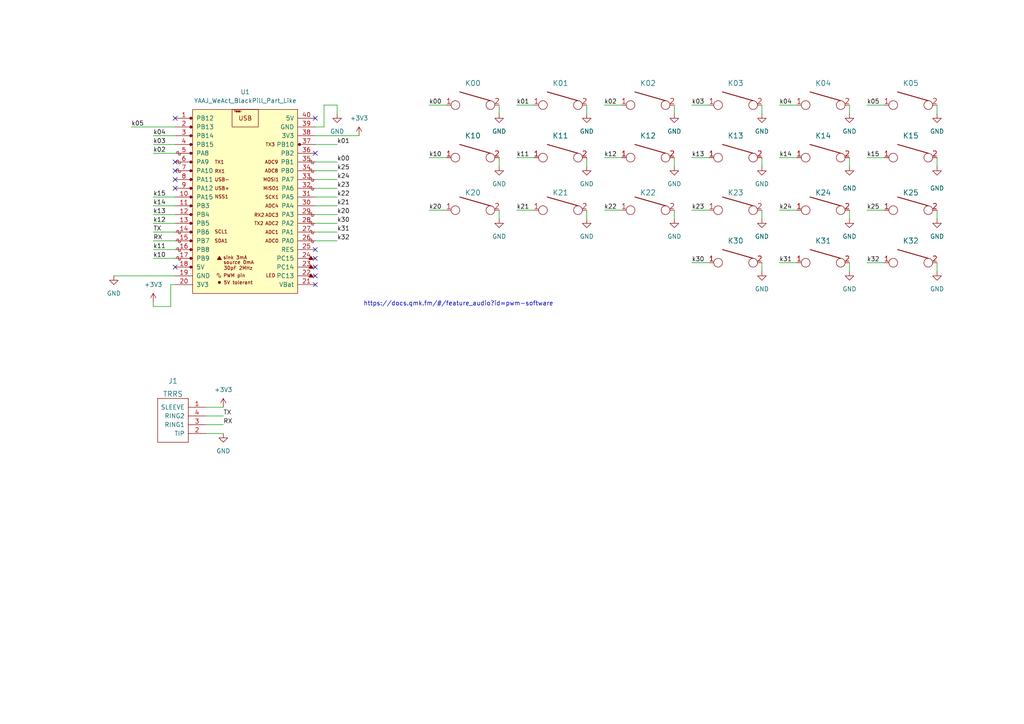
<source format=kicad_sch>
(kicad_sch (version 20230121) (generator eeschema)
  (paper "A4")
  (title_block (rev "rev1.0"))
  (lib_symbols
    (symbol "YAAJ_WeAct_BlackPill_Part_Like:YAAJ_WeAct_BlackPill_Part_Like" (pin_names (offset 1.016))
      (property "Reference" "U" (at -12.7 27.94 0))
      (property "Value" "YAAJ_WeAct_BlackPill_Part_Like" (at 0 2.54 90))
      (symbol "YAAJ_WeAct_BlackPill_Part_Like_0_0"
        (circle (center -15.748 -20.32) (radius 0.3556) (fill (type outline)))
        (circle (center -15.748 -17.78) (radius 0.3556) (fill (type outline)))
        (circle (center -15.748 -15.24) (radius 0.3556) (fill (type outline)))
        (circle (center -15.748 -12.7) (radius 0.3556) (fill (type outline)))
        (circle (center -15.748 -10.16) (radius 0.3556) (fill (type outline)))
        (circle (center -15.748 -7.62) (radius 0.3556) (fill (type outline)))
        (circle (center -15.748 -5.08) (radius 0.3556) (fill (type outline)))
        (circle (center -15.748 -2.54) (radius 0.3556) (fill (type outline)))
        (circle (center -15.748 0) (radius 0.3556) (fill (type outline)))
        (circle (center -15.748 2.54) (radius 0.3556) (fill (type outline)))
        (circle (center -15.748 5.08) (radius 0.3556) (fill (type outline)))
        (circle (center -15.748 7.62) (radius 0.3556) (fill (type outline)))
        (circle (center -15.748 10.16) (radius 0.3556) (fill (type outline)))
        (circle (center -15.748 12.7) (radius 0.3556) (fill (type outline)))
        (circle (center -15.748 15.24) (radius 0.3556) (fill (type outline)))
        (circle (center -15.748 17.78) (radius 0.3556) (fill (type outline)))
        (circle (center -15.748 22.86) (radius 0.3556) (fill (type outline)))
        (circle (center -7.493 -24.765) (radius 0.127) (fill (type outline)))
        (circle (center -7.493 -24.765) (radius 0.254))
        (circle (center -7.493 -24.765) (radius 0.3556))
        (polyline (pts (xy -8.128 -18.161) (xy -7.493 -17.145) (xy -6.858 -18.161) (xy -8.128 -18.161) (xy -7.493 -17.272) (xy -6.985 -18.161) (xy -8.001 -18.034) (xy -7.493 -17.399) (xy -7.112 -18.161) (xy -7.874 -17.907) (xy -7.366 -17.526) (xy -7.239 -18.161) (xy -7.747 -17.78) (xy -7.239 -17.653) (xy -7.366 -18.034) (xy -7.62 -17.78) (xy -7.366 -17.907) (xy -7.493 -17.653)))
        (polyline (pts (xy 18.415 -23.241) (xy 19.05 -22.225) (xy 19.685 -23.241) (xy 18.415 -23.241) (xy 19.05 -22.352) (xy 19.558 -23.241) (xy 18.542 -23.114) (xy 19.05 -22.479) (xy 19.431 -23.241) (xy 18.669 -22.987) (xy 19.177 -22.606) (xy 19.304 -23.241) (xy 18.796 -22.86) (xy 19.304 -22.733) (xy 19.177 -23.114) (xy 18.923 -22.86) (xy 19.177 -22.987) (xy 19.05 -22.733)))
        (polyline (pts (xy 18.415 -20.701) (xy 19.05 -19.685) (xy 19.685 -20.701) (xy 18.415 -20.701) (xy 19.05 -19.812) (xy 19.558 -20.701) (xy 18.542 -20.574) (xy 19.05 -19.939) (xy 19.431 -20.701) (xy 18.669 -20.447) (xy 19.177 -20.066) (xy 19.304 -20.701) (xy 18.796 -20.32) (xy 19.304 -20.193) (xy 19.177 -20.574) (xy 18.923 -20.32) (xy 19.177 -20.447) (xy 19.05 -20.193)))
        (polyline (pts (xy 18.415 -18.161) (xy 19.05 -17.145) (xy 19.685 -18.161) (xy 18.415 -18.161) (xy 19.05 -17.272) (xy 19.558 -18.161) (xy 18.542 -18.034) (xy 19.05 -17.399) (xy 19.431 -18.161) (xy 18.669 -17.907) (xy 19.177 -17.526) (xy 19.304 -18.161) (xy 18.796 -17.78) (xy 19.304 -17.653) (xy 19.177 -18.034) (xy 18.923 -17.78) (xy 19.177 -17.907) (xy 19.05 -17.653)))
        (circle (center 15.748 15.24) (radius 0.254) (fill (type outline)))
        (circle (center 15.748 15.24) (radius 0.3556))
        (text "30pF 2MHz" (at -2.032 -20.574 0) (effects (font (size 0.9906 0.9906))))
        (text "5V tolerant" (at -2.032 -24.765 0) (effects (font (size 0.9906 0.9906))))
        (text "ADC0" (at 7.747 -12.7 0) (effects (font (size 0.9906 0.9906))))
        (text "ADC1" (at 7.747 -10.16 0) (effects (font (size 0.9906 0.9906))))
        (text "ADC2" (at 7.747 -7.62 0) (effects (font (size 0.9906 0.9906))))
        (text "ADC3" (at 7.747 -5.207 0) (effects (font (size 0.9906 0.9906))))
        (text "ADC4" (at 7.747 -2.54 0) (effects (font (size 0.9906 0.9906))))
        (text "ADC8" (at 7.62 7.62 0) (effects (font (size 0.9906 0.9906))))
        (text "ADC9" (at 7.62 10.16 0) (effects (font (size 0.9906 0.9906))))
        (text "LED" (at 7.366 -22.733 0) (effects (font (size 0.9906 0.9906))))
        (text "MISO1" (at 7.493 2.54 0) (effects (font (size 0.9906 0.9906))))
        (text "MOSI1" (at 7.493 5.08 0) (effects (font (size 0.9906 0.9906))))
        (text "NSS1" (at -6.858 0.127 0) (effects (font (size 0.9906 0.9906))))
        (text "PWM pin" (at -3.175 -22.733 0) (effects (font (size 0.9906 0.9906))))
        (text "RX1" (at -7.366 7.493 0) (effects (font (size 0.9906 0.9906))))
        (text "RX2" (at 4.064 -5.207 0) (effects (font (size 0.9906 0.9906))))
        (text "SCK1" (at 7.747 0 0) (effects (font (size 0.9906 0.9906))))
        (text "SCL1" (at -6.985 -10.033 0) (effects (font (size 0.9906 0.9906))))
        (text "SDA1" (at -6.985 -12.7 0) (effects (font (size 0.9906 0.9906))))
        (text "sink 3mA" (at -2.921 -17.526 0) (effects (font (size 0.9906 0.9906))))
        (text "source 0mA" (at -1.905 -18.923 0) (effects (font (size 0.9906 0.9906))))
        (text "TX1" (at -7.493 10.16 0) (effects (font (size 0.9906 0.9906))))
        (text "TX2" (at 3.937 -7.62 0) (effects (font (size 0.9906 0.9906))))
        (text "TX3" (at 7.239 15.24 0) (effects (font (size 0.9906 0.9906))))
        (text "USB" (at 0 22.86 0) (effects (font (size 1.27 1.27))))
        (text "USB+" (at -6.731 2.54 0) (effects (font (size 0.9906 0.9906))))
        (text "USB-" (at -6.731 5.08 0) (effects (font (size 0.9906 0.9906))))
        (text "Y@@J" (at -2.159 24.892 0) (effects (font (size 0.508 0.508))))
      )
      (symbol "YAAJ_WeAct_BlackPill_Part_Like_0_1"
        (rectangle (start -15.24 25.4) (end 15.24 -27.94) (fill (type background)))
        (polyline (pts (xy -18.796 -17.78) (xy -18.796 -18.288) (xy -19.304 -18.288) (xy -19.304 -17.272) (xy -19.812 -17.272) (xy -19.812 -17.78)))
        (polyline (pts (xy -18.796 -15.24) (xy -18.796 -15.748) (xy -19.304 -15.748) (xy -19.304 -14.732) (xy -19.812 -14.732) (xy -19.812 -15.24)))
        (polyline (pts (xy -18.796 -12.7) (xy -18.796 -13.208) (xy -19.304 -13.208) (xy -19.304 -12.192) (xy -19.812 -12.192) (xy -19.812 -12.7)))
        (polyline (pts (xy -18.796 -10.16) (xy -18.796 -10.668) (xy -19.304 -10.668) (xy -19.304 -9.652) (xy -19.812 -9.652) (xy -19.812 -10.16)))
        (polyline (pts (xy -18.796 7.62) (xy -18.796 7.112) (xy -19.304 7.112) (xy -19.304 8.128) (xy -19.812 8.128) (xy -19.812 7.62)))
        (polyline (pts (xy -18.796 10.16) (xy -18.796 9.652) (xy -19.304 9.652) (xy -19.304 10.668) (xy -19.812 10.668) (xy -19.812 10.16)))
        (polyline (pts (xy -18.796 12.7) (xy -18.796 12.192) (xy -19.304 12.192) (xy -19.304 13.208) (xy -19.812 13.208) (xy -19.812 12.7)))
        (polyline (pts (xy -7.112 -22.733) (xy -7.112 -23.241) (xy -7.62 -23.241) (xy -7.62 -22.225) (xy -8.128 -22.225) (xy -8.128 -22.733)))
        (polyline (pts (xy 19.812 -12.7) (xy 19.812 -13.208) (xy 19.304 -13.208) (xy 19.304 -12.192) (xy 18.796 -12.192) (xy 18.796 -12.7)))
        (polyline (pts (xy 19.812 -10.16) (xy 19.812 -10.668) (xy 19.304 -10.668) (xy 19.304 -9.652) (xy 18.796 -9.652) (xy 18.796 -10.16)))
        (polyline (pts (xy 19.812 -7.62) (xy 19.812 -8.128) (xy 19.304 -8.128) (xy 19.304 -7.112) (xy 18.796 -7.112) (xy 18.796 -7.62)))
        (polyline (pts (xy 19.812 -5.08) (xy 19.812 -5.588) (xy 19.304 -5.588) (xy 19.304 -4.572) (xy 18.796 -4.572) (xy 18.796 -5.08)))
        (polyline (pts (xy 19.812 2.54) (xy 19.812 2.032) (xy 19.304 2.032) (xy 19.304 3.048) (xy 18.796 3.048) (xy 18.796 2.54)))
        (polyline (pts (xy 19.812 5.08) (xy 19.812 4.572) (xy 19.304 4.572) (xy 19.304 5.588) (xy 18.796 5.588) (xy 18.796 5.08)))
        (polyline (pts (xy 19.812 7.62) (xy 19.812 7.112) (xy 19.304 7.112) (xy 19.304 8.128) (xy 18.796 8.128) (xy 18.796 7.62)))
        (polyline (pts (xy 19.812 10.16) (xy 19.812 9.652) (xy 19.304 9.652) (xy 19.304 10.668) (xy 18.796 10.668) (xy 18.796 10.16)))
        (rectangle (start 3.81 25.4) (end -3.81 20.32))
      )
      (symbol "YAAJ_WeAct_BlackPill_Part_Like_1_1"
        (circle (center -15.748 20.32) (radius 0.3556) (fill (type outline)))
        (pin bidirectional line (at -20.32 22.86 0) (length 5.08) (name "PB12") (number "1"))
        (pin bidirectional line (at -20.32 0 0) (length 5.08) (name "PA15") (number "10"))
        (pin bidirectional line (at -20.32 -2.54 0) (length 5.08) (name "PB3") (number "11"))
        (pin bidirectional line (at -20.32 -5.08 0) (length 5.08) (name "PB4") (number "12"))
        (pin bidirectional line (at -20.32 -7.62 0) (length 5.08) (name "PB5") (number "13"))
        (pin bidirectional line (at -20.32 -10.16 0) (length 5.08) (name "PB6") (number "14"))
        (pin bidirectional line (at -20.32 -12.7 0) (length 5.08) (name "PB7") (number "15"))
        (pin bidirectional line (at -20.32 -15.24 0) (length 5.08) (name "PB8") (number "16"))
        (pin bidirectional line (at -20.32 -17.78 0) (length 5.08) (name "PB9") (number "17"))
        (pin power_in line (at -20.32 -20.32 0) (length 5.08) (name "5V") (number "18"))
        (pin power_in line (at -20.32 -22.86 0) (length 5.08) (name "GND") (number "19"))
        (pin bidirectional line (at -20.32 20.32 0) (length 5.08) (name "PB13") (number "2"))
        (pin power_in line (at -20.32 -25.4 0) (length 5.08) (name "3V3") (number "20"))
        (pin power_in line (at 20.32 -25.4 180) (length 5.08) (name "VBat") (number "21"))
        (pin bidirectional line (at 20.32 -22.86 180) (length 5.08) (name "PC13") (number "22"))
        (pin bidirectional line (at 20.32 -20.32 180) (length 5.08) (name "PC14") (number "23"))
        (pin bidirectional line (at 20.32 -17.78 180) (length 5.08) (name "PC15") (number "24"))
        (pin input line (at 20.32 -15.24 180) (length 5.08) (name "RES") (number "25"))
        (pin bidirectional line (at 20.32 -12.7 180) (length 5.08) (name "PA0") (number "26"))
        (pin bidirectional line (at 20.32 -10.16 180) (length 5.08) (name "PA1") (number "27"))
        (pin bidirectional line (at 20.32 -7.62 180) (length 5.08) (name "PA2") (number "28"))
        (pin bidirectional line (at 20.32 -5.08 180) (length 5.08) (name "PA3") (number "29"))
        (pin bidirectional line (at -20.32 17.78 0) (length 5.08) (name "PB14") (number "3"))
        (pin bidirectional line (at 20.32 -2.54 180) (length 5.08) (name "PA4") (number "30"))
        (pin bidirectional line (at 20.32 0 180) (length 5.08) (name "PA5") (number "31"))
        (pin bidirectional line (at 20.32 2.54 180) (length 5.08) (name "PA6") (number "32"))
        (pin bidirectional line (at 20.32 5.08 180) (length 5.08) (name "PA7") (number "33"))
        (pin bidirectional line (at 20.32 7.62 180) (length 5.08) (name "PB0") (number "34"))
        (pin bidirectional line (at 20.32 10.16 180) (length 5.08) (name "PB1") (number "35"))
        (pin bidirectional line (at 20.32 12.7 180) (length 5.08) (name "PB2") (number "36"))
        (pin bidirectional line (at 20.32 15.24 180) (length 5.08) (name "PB10") (number "37"))
        (pin power_in line (at 20.32 17.78 180) (length 5.08) (name "3V3") (number "38"))
        (pin power_in line (at 20.32 20.32 180) (length 5.08) (name "GND") (number "39"))
        (pin bidirectional line (at -20.32 15.24 0) (length 5.08) (name "PB15") (number "4"))
        (pin power_in line (at 20.32 22.86 180) (length 5.08) (name "5V") (number "40"))
        (pin bidirectional line (at -20.32 12.7 0) (length 5.08) (name "PA8") (number "5"))
        (pin bidirectional line (at -20.32 10.16 0) (length 5.08) (name "PA9") (number "6"))
        (pin bidirectional line (at -20.32 7.62 0) (length 5.08) (name "PA10") (number "7"))
        (pin bidirectional line (at -20.32 5.08 0) (length 5.08) (name "PA11") (number "8"))
        (pin bidirectional line (at -20.32 2.54 0) (length 5.08) (name "PA12") (number "9"))
      )
    )
    (symbol "keebio:TRRS" (pin_names (offset 1.016))
      (property "Reference" "U" (at 0 15.24 0))
      (property "Value" "TRRS" (at 0 -2.54 0))
      (symbol "TRRS_0_1"
        (rectangle (start -3.81 0) (end -3.81 12.7))
        (rectangle (start -3.81 12.7) (end 5.08 12.7))
        (rectangle (start 5.08 0) (end -3.81 0))
        (rectangle (start 5.08 12.7) (end 5.08 0))
      )
      (symbol "TRRS_1_1"
        (pin input line (at -8.89 2.54 0) (length 5.08) (name "SLEEVE") (number "1"))
        (pin input line (at -8.89 10.16 0) (length 5.08) (name "TIP") (number "2"))
        (pin input line (at -8.89 7.62 0) (length 5.08) (name "RING1") (number "3"))
        (pin input line (at -8.89 5.08 0) (length 5.08) (name "RING2") (number "4"))
      )
    )
    (symbol "keyboard_parts:KEYSW" (pin_names (offset 1.016))
      (property "Reference" "K?" (at -1.27 0 0))
      (symbol "KEYSW_0_1"
        (circle (center -5.08 0) (radius 1.27))
        (polyline (pts (xy -5.08 1.27) (xy 3.81 3.81)) (stroke (width 0.254)))
        (circle (center 5.08 0) (radius 1.27))
      )
      (symbol "KEYSW_1_1"
        (pin passive line (at 7.62 0 180) (length 1.27) (name "~") (number "1"))
        (pin passive line (at -7.62 0 0) (length 1.27) (name "~") (number "2"))
      )
    )
    (symbol "power:+3V3" (power) (pin_names (offset 0))
      (property "Value" "+3V3" (at 0 3.556 0))
      (symbol "+3V3_0_1"
        (polyline (pts (xy -0.762 1.27) (xy 0 2.54)))
        (polyline (pts (xy 0 0) (xy 0 2.54)))
        (polyline (pts (xy 0 2.54) (xy 0.762 1.27)))
      )
      (symbol "+3V3_1_1"
        (pin power_in line (at 0 0 90) (length 0) hide (name "+3V3") (number "1"))
      )
    )
    (symbol "power:GND" (power) (pin_names (offset 0))
      (property "Value" "GND" (at 0 -3.81 0))
      (symbol "GND_0_1"
        (polyline (pts (xy 0 0) (xy 0 -1.27) (xy 1.27 -1.27) (xy 0 -2.54) (xy -1.27 -1.27) (xy 0 -1.27)))
      )
      (symbol "GND_1_1"
        (pin power_in line (at 0 0 270) (length 0) hide (name "GND") (number "1"))
      )
    )
  )
  (no_connect (at 50.8 34.29))
  (no_connect (at 91.44 44.45))
  (no_connect (at 91.44 82.55))
  (no_connect (at 91.44 77.47))
  (no_connect (at 50.8 77.47))
  (no_connect (at 91.44 34.29))
  (no_connect (at 50.8 54.61))
  (no_connect (at 91.44 72.39))
  (no_connect (at 50.8 49.53))
  (no_connect (at 91.44 74.93))
  (no_connect (at 50.8 46.99))
  (no_connect (at 50.8 52.07))
  (no_connect (at 91.44 80.01))
  (wire (pts (xy 149.86 60.96) (xy 154.94 60.96)))
  (wire (pts (xy 44.45 72.39) (xy 50.8 72.39)))
  (wire (pts (xy 91.44 52.07) (xy 97.79 52.07)))
  (wire (pts (xy 200.66 45.72) (xy 205.74 45.72)))
  (wire (pts (xy 38.1 36.83) (xy 50.8 36.83)))
  (wire (pts (xy 251.46 30.48) (xy 256.54 30.48)))
  (wire (pts (xy 124.46 45.72) (xy 129.54 45.72)))
  (wire (pts (xy 200.66 60.96) (xy 205.74 60.96)))
  (wire (pts (xy 149.86 45.72) (xy 154.94 45.72)))
  (wire (pts (xy 49.53 88.9) (xy 49.53 82.55)))
  (wire (pts (xy 44.45 88.9) (xy 49.53 88.9)))
  (wire (pts (xy 44.45 59.69) (xy 50.8 59.69)))
  (wire (pts (xy 91.44 41.91) (xy 97.79 41.91)))
  (wire (pts (xy 175.26 60.96) (xy 180.34 60.96)))
  (wire (pts (xy 44.45 39.37) (xy 50.8 39.37)))
  (wire (pts (xy 251.46 60.96) (xy 256.54 60.96)))
  (wire (pts (xy 195.58 63.5) (xy 195.58 60.96)))
  (wire (pts (xy 144.78 63.5) (xy 144.78 60.96)))
  (wire (pts (xy 246.38 48.26) (xy 246.38 45.72)))
  (wire (pts (xy 220.98 48.26) (xy 220.98 45.72)))
  (wire (pts (xy 144.78 48.26) (xy 144.78 45.72)))
  (wire (pts (xy 91.44 62.23) (xy 97.79 62.23)))
  (wire (pts (xy 93.98 36.83) (xy 93.98 30.48)))
  (wire (pts (xy 175.26 45.72) (xy 180.34 45.72)))
  (wire (pts (xy 246.38 78.74) (xy 246.38 76.2)))
  (wire (pts (xy 59.69 125.73) (xy 64.77 125.73)))
  (wire (pts (xy 44.45 44.45) (xy 50.8 44.45)))
  (wire (pts (xy 271.78 48.26) (xy 271.78 45.72)))
  (wire (pts (xy 91.44 36.83) (xy 93.98 36.83)))
  (wire (pts (xy 200.66 76.2) (xy 205.74 76.2)))
  (wire (pts (xy 44.45 74.93) (xy 50.8 74.93)))
  (wire (pts (xy 91.44 69.85) (xy 97.79 69.85)))
  (wire (pts (xy 91.44 49.53) (xy 97.79 49.53)))
  (wire (pts (xy 226.06 45.72) (xy 231.14 45.72)))
  (wire (pts (xy 200.66 30.48) (xy 205.74 30.48)))
  (wire (pts (xy 220.98 78.74) (xy 220.98 76.2)))
  (wire (pts (xy 44.45 62.23) (xy 50.8 62.23)))
  (wire (pts (xy 97.79 30.48) (xy 97.79 33.02)))
  (wire (pts (xy 271.78 63.5) (xy 271.78 60.96)))
  (wire (pts (xy 124.46 60.96) (xy 129.54 60.96)))
  (wire (pts (xy 144.78 33.02) (xy 144.78 30.48)))
  (wire (pts (xy 195.58 48.26) (xy 195.58 45.72)))
  (wire (pts (xy 170.18 63.5) (xy 170.18 60.96)))
  (wire (pts (xy 59.69 123.19) (xy 64.77 123.19)))
  (wire (pts (xy 246.38 63.5) (xy 246.38 60.96)))
  (wire (pts (xy 91.44 54.61) (xy 97.79 54.61)))
  (wire (pts (xy 44.45 64.77) (xy 50.8 64.77)))
  (wire (pts (xy 226.06 30.48) (xy 231.14 30.48)))
  (wire (pts (xy 124.46 30.48) (xy 129.54 30.48)))
  (wire (pts (xy 93.98 30.48) (xy 97.79 30.48)))
  (wire (pts (xy 91.44 67.31) (xy 97.79 67.31)))
  (wire (pts (xy 59.69 120.65) (xy 64.77 120.65)))
  (wire (pts (xy 170.18 48.26) (xy 170.18 45.72)))
  (wire (pts (xy 91.44 39.37) (xy 104.14 39.37)))
  (wire (pts (xy 175.26 30.48) (xy 180.34 30.48)))
  (wire (pts (xy 44.45 41.91) (xy 50.8 41.91)))
  (wire (pts (xy 91.44 46.99) (xy 97.79 46.99)))
  (wire (pts (xy 91.44 57.15) (xy 97.79 57.15)))
  (wire (pts (xy 59.69 118.11) (xy 64.77 118.11)))
  (wire (pts (xy 91.44 59.69) (xy 97.79 59.69)))
  (wire (pts (xy 33.02 80.01) (xy 50.8 80.01)))
  (wire (pts (xy 195.58 33.02) (xy 195.58 30.48)))
  (wire (pts (xy 251.46 45.72) (xy 256.54 45.72)))
  (wire (pts (xy 226.06 60.96) (xy 231.14 60.96)))
  (wire (pts (xy 170.18 33.02) (xy 170.18 30.48)))
  (wire (pts (xy 226.06 76.2) (xy 231.14 76.2)))
  (wire (pts (xy 271.78 33.02) (xy 271.78 30.48)))
  (wire (pts (xy 246.38 33.02) (xy 246.38 30.48)))
  (wire (pts (xy 251.46 76.2) (xy 256.54 76.2)))
  (wire (pts (xy 49.53 82.55) (xy 50.8 82.55)))
  (wire (pts (xy 91.44 64.77) (xy 97.79 64.77)))
  (wire (pts (xy 44.45 69.85) (xy 50.8 69.85)))
  (wire (pts (xy 220.98 33.02) (xy 220.98 30.48)))
  (wire (pts (xy 149.86 30.48) (xy 154.94 30.48)))
  (wire (pts (xy 44.45 87.63) (xy 44.45 88.9)))
  (wire (pts (xy 44.45 67.31) (xy 50.8 67.31)))
  (wire (pts (xy 271.78 78.74) (xy 271.78 76.2)))
  (wire (pts (xy 44.45 57.15) (xy 50.8 57.15)))
  (wire (pts (xy 220.98 63.5) (xy 220.98 60.96)))
  (text "https://docs.qmk.fm/#/feature_audio?id=pwm-software" (at 105.41 88.9 0) (effects (font (size 1.27 1.27)) (justify left bottom)))
  (label "k20" (at 97.79 62.23 0))
  (label "TX" (at 64.77 120.65 0))
  (label "k01" (at 97.79 41.91 0))
  (label "k03" (at 44.45 41.91 0))
  (label "k30" (at 200.66 76.2 0))
  (label "k02" (at 175.26 30.48 0))
  (label "k05" (at 38.1 36.83 0))
  (label "k04" (at 226.06 30.48 0))
  (label "k30" (at 97.79 64.77 0))
  (label "k11" (at 44.45 72.39 0))
  (label "k00" (at 124.46 30.48 0))
  (label "k10" (at 44.45 74.93 0))
  (label "k03" (at 200.66 30.48 0))
  (label "RX" (at 44.45 69.85 0))
  (label "k15" (at 251.46 45.72 0))
  (label "k23" (at 200.66 60.96 0))
  (label "k32" (at 97.79 69.85 0))
  (label "k25" (at 97.79 49.53 0))
  (label "k24" (at 226.06 60.96 0))
  (label "TX" (at 44.45 67.31 0))
  (label "k05" (at 251.46 30.48 0))
  (label "k22" (at 175.26 60.96 0))
  (label "k12" (at 44.45 64.77 0))
  (label "k01" (at 149.86 30.48 0))
  (label "RX" (at 64.77 123.19 0))
  (label "k10" (at 124.46 45.72 0))
  (label "k00" (at 97.79 46.99 0))
  (label "k21" (at 97.79 59.69 0))
  (label "k31" (at 97.79 67.31 0))
  (label "k32" (at 251.46 76.2 0))
  (label "k15" (at 44.45 57.15 0))
  (label "k14" (at 226.06 45.72 0))
  (label "k12" (at 175.26 45.72 0))
  (label "k04" (at 44.45 39.37 0))
  (label "k11" (at 149.86 45.72 0))
  (label "k22" (at 97.79 57.15 0))
  (label "k02" (at 44.45 44.45 0))
  (label "k13" (at 44.45 62.23 0))
  (label "k24" (at 97.79 52.07 0))
  (label "k31" (at 226.06 76.2 0))
  (label "k13" (at 200.66 45.72 0))
  (label "k14" (at 44.45 59.69 0))
  (label "k21" (at 149.86 60.96 0))
  (label "k25" (at 251.46 60.96 0))
  (label "k23" (at 97.79 54.61 0))
  (label "k20" (at 124.46 60.96 0))
  (symbol (lib_id "keyboard_parts:KEYSW") (at 264.16 76.2 0) (mirror y) (unit 1)
    (property "Reference" "K32" (at 264.16 69.85 0) (effects (font (size 1.524 1.524))))
    (property "Value" "KEYSW" (effects hide))
    (property "Footprint" "Cantor_MX:CherryMX_ChocV2_1u_DS" (effects hide))
  )
  (symbol (lib_id "power:GND") (at 195.58 48.26 0) (unit 1)
    (property "Reference" "#PWR0104" (effects hide))
    (property "Value" "GND" (at 195.58 53.34 0))
  )
  (symbol (lib_id "keyboard_parts:KEYSW") (at 238.76 60.96 0) (mirror y) (unit 1)
    (property "Reference" "K24" (at 238.76 55.88 0) (effects (font (size 1.524 1.524))))
    (property "Value" "KEYSW" (effects hide))
    (property "Footprint" "Cantor_MX:CherryMX_ChocV2_1u_DS" (effects hide))
  )
  (symbol (lib_id "power:GND") (at 64.77 125.73 0) (unit 1)
    (property "Reference" "#PWR0126" (effects hide))
    (property "Value" "GND" (at 64.77 130.81 0))
  )
  (symbol (lib_id "keyboard_parts:KEYSW") (at 137.16 30.48 0) (mirror y) (unit 1)
    (property "Reference" "K00" (at 137.16 24.13 0) (effects (font (size 1.524 1.524))))
    (property "Value" "KEYSW" (effects hide))
    (property "Footprint" "Cantor_MX:CherryMX_ChocV2_1u_DS" (effects hide))
  )
  (symbol (lib_id "keyboard_parts:KEYSW") (at 264.16 45.72 0) (mirror y) (unit 1)
    (property "Reference" "K15" (at 264.16 39.37 0) (effects (font (size 1.524 1.524))))
    (property "Value" "KEYSW" (effects hide))
    (property "Footprint" "Cantor_MX:CherryMX_ChocV2_1u_DS" (effects hide))
  )
  (symbol (lib_id "power:GND") (at 144.78 48.26 0) (unit 1)
    (property "Reference" "#PWR0107" (effects hide))
    (property "Value" "GND" (at 144.78 53.34 0))
  )
  (symbol (lib_id "power:GND") (at 195.58 63.5 0) (unit 1)
    (property "Reference" "#PWR0105" (effects hide))
    (property "Value" "GND" (at 195.58 68.58 0))
  )
  (symbol (lib_id "keyboard_parts:KEYSW") (at 213.36 30.48 0) (mirror y) (unit 1)
    (property "Reference" "K03" (at 213.36 24.13 0) (effects (font (size 1.524 1.524))))
    (property "Value" "KEYSW" (effects hide))
    (property "Footprint" "Cantor_MX:CherryMX_ChocV2_1u_DS" (effects hide))
  )
  (symbol (lib_id "power:GND") (at 246.38 63.5 0) (unit 1)
    (property "Reference" "#PWR0121" (effects hide))
    (property "Value" "GND" (at 246.38 68.58 0))
  )
  (symbol (lib_id "keyboard_parts:KEYSW") (at 187.96 30.48 0) (mirror y) (unit 1)
    (property "Reference" "K02" (at 187.96 24.13 0) (effects (font (size 1.524 1.524))))
    (property "Value" "KEYSW" (effects hide))
    (property "Footprint" "Cantor_MX:CherryMX_ChocV2_1u_DS" (effects hide))
  )
  (symbol (lib_id "keyboard_parts:KEYSW") (at 162.56 45.72 0) (mirror y) (unit 1)
    (property "Reference" "K11" (at 162.56 39.37 0) (effects (font (size 1.524 1.524))))
    (property "Value" "KEYSW" (effects hide))
    (property "Footprint" "Cantor_MX:CherryMX_ChocV2_1u_DS" (effects hide))
  )
  (symbol (lib_id "keyboard_parts:KEYSW") (at 187.96 60.96 0) (mirror y) (unit 1)
    (property "Reference" "K22" (at 187.96 55.88 0) (effects (font (size 1.524 1.524))))
    (property "Value" "KEYSW" (effects hide))
    (property "Footprint" "Cantor_MX:CherryMX_ChocV2_1u_DS" (effects hide))
  )
  (symbol (lib_id "power:GND") (at 271.78 33.02 0) (unit 1)
    (property "Reference" "#PWR0115" (effects hide))
    (property "Value" "GND" (at 271.78 38.1 0))
  )
  (symbol (lib_id "power:GND") (at 271.78 63.5 0) (unit 1)
    (property "Reference" "#PWR0118" (effects hide))
    (property "Value" "GND" (at 271.78 68.58 0))
  )
  (symbol (lib_id "power:GND") (at 271.78 78.74 0) (unit 1)
    (property "Reference" "#PWR0117" (effects hide))
    (property "Value" "GND" (at 271.78 83.82 0))
  )
  (symbol (lib_id "YAAJ_WeAct_BlackPill_Part_Like:YAAJ_WeAct_BlackPill_Part_Like") (at 71.12 57.15 0) (unit 1)
    (property "Reference" "U1" (at 71.12 26.67 0))
    (property "Value" "YAAJ_WeAct_BlackPill_Part_Like" (at 71.12 29.21 0))
    (property "Footprint" "Cantor_MX:Cantor_DS_YAAJ_WeAct_BlackPill_2" (effects hide))
  )
  (symbol (lib_id "power:GND") (at 246.38 48.26 0) (unit 1)
    (property "Reference" "#PWR0119" (effects hide))
    (property "Value" "GND" (at 246.38 54.61 0))
  )
  (symbol (lib_id "power:GND") (at 170.18 63.5 0) (unit 1)
    (property "Reference" "#PWR0101" (effects hide))
    (property "Value" "GND" (at 170.18 68.58 0))
  )
  (symbol (lib_id "keyboard_parts:KEYSW") (at 238.76 30.48 0) (mirror y) (unit 1)
    (property "Reference" "K04" (at 238.76 24.13 0) (effects (font (size 1.524 1.524))))
    (property "Value" "KEYSW" (effects hide))
    (property "Footprint" "Cantor_MX:CherryMX_ChocV2_1u_DS" (effects hide))
  )
  (symbol (lib_id "power:GND") (at 246.38 78.74 0) (unit 1)
    (property "Reference" "#PWR0120" (effects hide))
    (property "Value" "GND" (at 246.38 83.82 0))
  )
  (symbol (lib_id "power:+3V3") (at 64.77 118.11 0) (unit 1)
    (property "Reference" "#PWR0125" (effects hide))
    (property "Value" "+3V3" (at 64.77 113.03 0))
  )
  (symbol (lib_id "keyboard_parts:KEYSW") (at 213.36 76.2 0) (mirror y) (unit 1)
    (property "Reference" "K30" (at 213.36 69.85 0) (effects (font (size 1.524 1.524))))
    (property "Value" "KEYSW" (effects hide))
    (property "Footprint" "Cantor_MX:CherryMX_ChocV2_1u_DS" (effects hide))
  )
  (symbol (lib_id "power:GND") (at 246.38 33.02 0) (unit 1)
    (property "Reference" "#PWR0112" (effects hide))
    (property "Value" "GND" (at 246.38 38.1 0))
  )
  (symbol (lib_id "keebio:TRRS") (at 50.8 115.57 180) (unit 1)
    (property "Reference" "J1" (at 50.165 110.49 0) (effects (font (size 1.524 1.524))))
    (property "Value" "TRRS" (at 50.165 114.3 0) (effects (font (size 1.524 1.524))))
    (property "Footprint" "Cantor_MX:MJ-4PP-9_Cantor_MX_TX-RX_Crossover" (effects hide))
  )
  (symbol (lib_id "keyboard_parts:KEYSW") (at 137.16 60.96 0) (mirror y) (unit 1)
    (property "Reference" "K20" (at 137.16 55.88 0) (effects (font (size 1.524 1.524))))
    (property "Value" "KEYSW" (effects hide))
    (property "Footprint" "Cantor_MX:CherryMX_ChocV2_1u_DS" (effects hide))
  )
  (symbol (lib_id "power:GND") (at 271.78 48.26 0) (unit 1)
    (property "Reference" "#PWR0116" (effects hide))
    (property "Value" "GND" (at 271.78 54.61 0))
  )
  (symbol (lib_id "keyboard_parts:KEYSW") (at 213.36 60.96 0) (mirror y) (unit 1)
    (property "Reference" "K23" (at 213.36 55.88 0) (effects (font (size 1.524 1.524))))
    (property "Value" "KEYSW" (effects hide))
    (property "Footprint" "Cantor_MX:CherryMX_ChocV2_1u_DS" (effects hide))
  )
  (symbol (lib_id "keyboard_parts:KEYSW") (at 137.16 45.72 0) (mirror y) (unit 1)
    (property "Reference" "K10" (at 137.16 39.37 0) (effects (font (size 1.524 1.524))))
    (property "Value" "KEYSW" (effects hide))
    (property "Footprint" "Cantor_MX:CherryMX_ChocV2_1u_DS" (effects hide))
  )
  (symbol (lib_id "keyboard_parts:KEYSW") (at 162.56 30.48 0) (mirror y) (unit 1)
    (property "Reference" "K01" (at 162.56 24.13 0) (effects (font (size 1.524 1.524))))
    (property "Value" "KEYSW" (effects hide))
    (property "Footprint" "Cantor_MX:CherryMX_ChocV2_1u_DS" (effects hide))
  )
  (symbol (lib_id "keyboard_parts:KEYSW") (at 264.16 60.96 0) (mirror y) (unit 1)
    (property "Reference" "K25" (at 264.16 55.88 0) (effects (font (size 1.524 1.524))))
    (property "Value" "KEYSW" (effects hide))
    (property "Footprint" "Cantor_MX:CherryMX_ChocV2_1u_DS" (effects hide))
  )
  (symbol (lib_id "keyboard_parts:KEYSW") (at 238.76 76.2 0) (mirror y) (unit 1)
    (property "Reference" "K31" (at 238.76 69.85 0) (effects (font (size 1.524 1.524))))
    (property "Value" "KEYSW" (effects hide))
    (property "Footprint" "Cantor_MX:CherryMX_ChocV2_1u_DS" (effects hide))
  )
  (symbol (lib_id "power:GND") (at 220.98 33.02 0) (unit 1)
    (property "Reference" "#PWR0123" (effects hide))
    (property "Value" "GND" (at 220.98 38.1 0))
  )
  (symbol (lib_id "keyboard_parts:KEYSW") (at 238.76 45.72 0) (mirror y) (unit 1)
    (property "Reference" "K14" (at 238.76 39.37 0) (effects (font (size 1.524 1.524))))
    (property "Value" "KEYSW" (effects hide))
    (property "Footprint" "Cantor_MX:CherryMX_ChocV2_1u_DS" (effects hide))
  )
  (symbol (lib_id "power:+3V3") (at 44.45 87.63 0) (unit 1)
    (property "Reference" "#PWR0127" (effects hide))
    (property "Value" "+3V3" (at 44.45 82.55 0))
  )
  (symbol (lib_id "power:GND") (at 144.78 33.02 0) (unit 1)
    (property "Reference" "#PWR0109" (effects hide))
    (property "Value" "GND" (at 144.78 38.1 0))
  )
  (symbol (lib_id "power:GND") (at 33.02 80.01 0) (unit 1)
    (property "Reference" "#PWR0124" (effects hide))
    (property "Value" "GND" (at 33.02 85.09 0))
  )
  (symbol (lib_id "keyboard_parts:KEYSW") (at 213.36 45.72 0) (mirror y) (unit 1)
    (property "Reference" "K13" (at 213.36 39.37 0) (effects (font (size 1.524 1.524))))
    (property "Value" "KEYSW" (effects hide))
    (property "Footprint" "Cantor_MX:CherryMX_ChocV2_1u_DS" (effects hide))
  )
  (symbol (lib_id "power:+3V3") (at 104.14 39.37 0) (unit 1)
    (property "Reference" "#PWR0111" (effects hide))
    (property "Value" "+3V3" (at 104.14 34.29 0))
  )
  (symbol (lib_id "power:GND") (at 195.58 33.02 0) (unit 1)
    (property "Reference" "#PWR0103" (effects hide))
    (property "Value" "GND" (at 195.58 38.1 0))
  )
  (symbol (lib_id "power:GND") (at 220.98 48.26 0) (unit 1)
    (property "Reference" "#PWR0122" (effects hide))
    (property "Value" "GND" (at 220.98 53.34 0))
  )
  (symbol (lib_id "keyboard_parts:KEYSW") (at 162.56 60.96 0) (mirror y) (unit 1)
    (property "Reference" "K21" (at 162.56 55.88 0) (effects (font (size 1.524 1.524))))
    (property "Value" "KEYSW" (effects hide))
    (property "Footprint" "Cantor_MX:CherryMX_ChocV2_1u_DS" (effects hide))
  )
  (symbol (lib_id "keyboard_parts:KEYSW") (at 187.96 45.72 0) (mirror y) (unit 1)
    (property "Reference" "K12" (at 187.96 39.37 0) (effects (font (size 1.524 1.524))))
    (property "Value" "KEYSW" (effects hide))
    (property "Footprint" "Cantor_MX:CherryMX_ChocV2_1u_DS" (effects hide))
  )
  (symbol (lib_id "power:GND") (at 220.98 78.74 0) (unit 1)
    (property "Reference" "#PWR0113" (effects hide))
    (property "Value" "GND" (at 220.98 83.82 0))
  )
  (symbol (lib_id "power:GND") (at 170.18 33.02 0) (unit 1)
    (property "Reference" "#PWR0106" (effects hide))
    (property "Value" "GND" (at 170.18 38.1 0))
  )
  (symbol (lib_id "power:GND") (at 170.18 48.26 0) (unit 1)
    (property "Reference" "#PWR0102" (effects hide))
    (property "Value" "GND" (at 170.18 53.34 0))
  )
  (symbol (lib_id "power:GND") (at 220.98 63.5 0) (unit 1)
    (property "Reference" "#PWR0114" (effects hide))
    (property "Value" "GND" (at 220.98 68.58 0))
  )
  (symbol (lib_id "power:GND") (at 144.78 63.5 0) (unit 1)
    (property "Reference" "#PWR0108" (effects hide))
    (property "Value" "GND" (at 144.78 68.58 0))
  )
  (symbol (lib_id "power:GND") (at 97.79 33.02 0) (unit 1)
    (property "Reference" "#PWR0110" (effects hide))
    (property "Value" "GND" (at 97.79 38.1 0))
  )
  (symbol (lib_id "keyboard_parts:KEYSW") (at 264.16 30.48 0) (mirror y) (unit 1)
    (property "Reference" "K05" (at 264.16 24.13 0) (effects (font (size 1.524 1.524))))
    (property "Value" "KEYSW" (effects hide))
    (property "Footprint" "Cantor_MX:CherryMX_ChocV2_1u_DS" (effects hide))
  )
)
</source>
